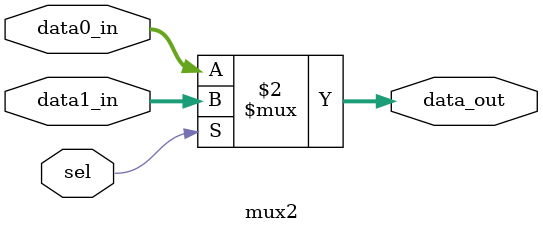
<source format=v>
module mux2(
    input           sel         ,
    input   [31:0]  data0_in    ,
    input   [31:0]  data1_in    ,

    output  [31:0]  data_out    
);

assign  data_out = (sel == 1'b1) ? data1_in : data0_in;  

endmodule
</source>
